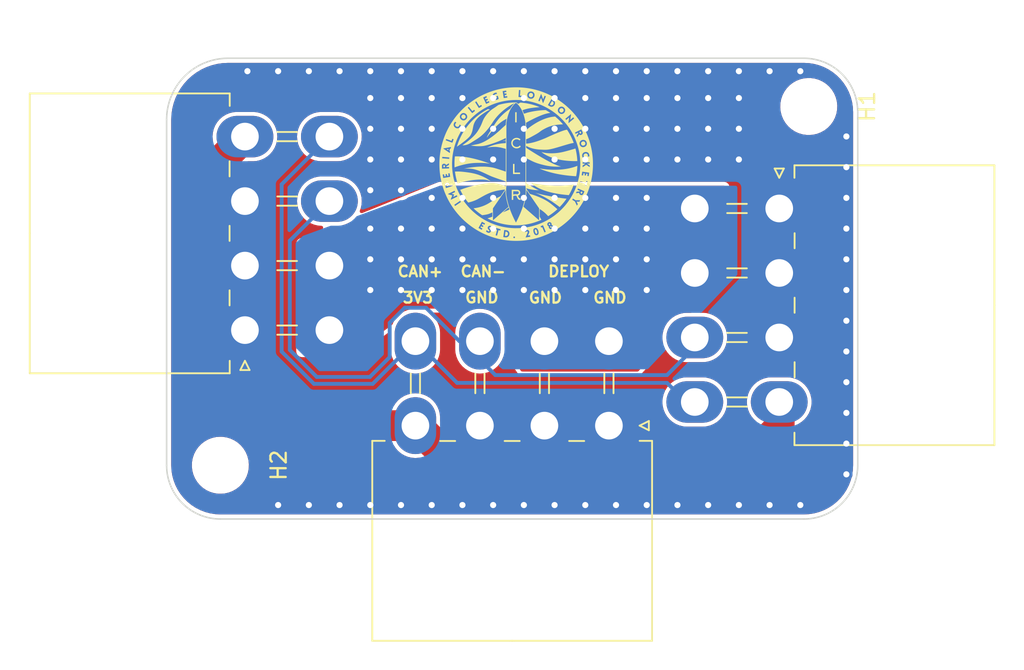
<source format=kicad_pcb>
(kicad_pcb (version 20221018) (generator pcbnew)
  (layers (0 "F.Cu" signal) (31 "B.Cu" signal) (34 "B.Paste" user) (35 "F.Paste" user) (36 "B.SilkS" user "B.Silkscreen") (37 "F.SilkS" user "F.Silkscreen") (38 "B.Mask" user) (39 "F.Mask" user) (44 "Edge.Cuts" user))
  (net 0 "")
  (net 1 "GND")
  (net 2 "/3.3V")
  (net 3 "/DEP+")
  (net 4 "/CAN-")
  (net 5 "/CAN+")
  (footprint "iclr:Molex_Mini-Fit_Jr_5569-08A2_2x04_P4.20mm_Horizontal" (layer "F.Cu") (at 143.538228 116.82965 180)
    (fp_text reference "J1")
    (fp_text value "Conn_01x08_Female")
    (pad "1" thru_hole roundrect (at 0 0 180) (size 2.7 3.7) (drill 1.8) (layers "*.Cu" "*.Mask") (roundrect_rratio 0.092593) (net 1 "GND"))
    (pad "2" thru_hole oval (at 4.2 0 180) (size 2.7 3.7) (drill 1.8) (layers "*.Cu" "*.Mask") (net 1 "GND"))
    (pad "3" thru_hole oval (at 8.4 0 180) (size 2.7 3.7) (drill 1.8) (layers "*.Cu" "*.Mask") (net 1 "GND"))
    (pad "4" thru_hole oval (at 12.6 0 180) (size 2.7 3.7) (drill 1.8) (layers "*.Cu" "*.Mask") (net 2 "/3.3V"))
    (pad "5" thru_hole oval (at 0 5.5 180) (size 2.7 3.7) (drill 1.8) (layers "*.Cu" "*.Mask") (net 3 "/DEP+"))
    (pad "6" thru_hole oval (at 4.2 5.5 180) (size 2.7 3.7) (drill 1.8) (layers "*.Cu" "*.Mask") (net 3 "/DEP+"))
    (pad "7" thru_hole oval (at 8.4 5.5 180) (size 2.7 3.7) (drill 1.8) (layers "*.Cu" "*.Mask") (net 4 "/CAN-"))
    (pad "8" thru_hole oval (at 12.6 5.5 180) (size 2.7 3.7) (drill 1.8) (layers "*.Cu" "*.Mask") (net 5 "/CAN+"))
  )
  (footprint "MountingHole:MountingHole_3.2mm_M3_DIN965" (layer "F.Cu") (at 118.238228 119.40965 -90)
    (fp_text reference "H2" (at 0 -3.8 -90) (layer "F.SilkS"))
    (fp_text value "MountingHole_Pad")
    (pad "" np_thru_hole circle (at 0 0 270) (size 3.2 3.2) (drill 3.2) (layers "*.Cu" "*.Mask"))
  )
  (footprint "iclr:Molex_Mini-Fit_Jr_5569-08A2_2x04_P4.20mm_Horizontal" (layer "F.Cu") (at 119.838229 110.609649 90)
    (fp_text reference "J3")
    (fp_text value "Conn_01x08_Female")
    (pad "1" thru_hole roundrect (at 0 0 90) (size 2.7 3.7) (drill 1.8) (layers "*.Cu" "*.Mask") (roundrect_rratio 0.092593) (net 1 "GND"))
    (pad "2" thru_hole oval (at 4.2 0 90) (size 2.7 3.7) (drill 1.8) (layers "*.Cu" "*.Mask") (net 1 "GND"))
    (pad "3" thru_hole oval (at 8.4 0 90) (size 2.7 3.7) (drill 1.8) (layers "*.Cu" "*.Mask") (net 1 "GND"))
    (pad "4" thru_hole oval (at 12.6 0 90) (size 2.7 3.7) (drill 1.8) (layers "*.Cu" "*.Mask") (net 2 "/3.3V"))
    (pad "5" thru_hole oval (at 0 5.5 90) (size 2.7 3.7) (drill 1.8) (layers "*.Cu" "*.Mask") (net 3 "/DEP+"))
    (pad "6" thru_hole oval (at 4.2 5.5 90) (size 2.7 3.7) (drill 1.8) (layers "*.Cu" "*.Mask") (net 3 "/DEP+"))
    (pad "7" thru_hole oval (at 8.4 5.5 90) (size 2.7 3.7) (drill 1.8) (layers "*.Cu" "*.Mask") (net 4 "/CAN-"))
    (pad "8" thru_hole oval (at 12.6 5.5 90) (size 2.7 3.7) (drill 1.8) (layers "*.Cu" "*.Mask") (net 5 "/CAN+"))
  )
  (footprint "MountingHole:MountingHole_3.2mm_M3_DIN965" (layer "F.Cu") (at 156.55 96.05 -90)
    (fp_text reference "H1" (at 0 -3.8 -90) (layer "F.SilkS"))
    (fp_text value "MountingHole_Pad")
    (pad "" np_thru_hole circle (at 0 0 270) (size 3.2 3.2) (drill 3.2) (layers "*.Cu" "*.Mask"))
  )
  (footprint "iclr:iclr_logo_estd2018_10mm" (layer "F.Cu") (at 137.5 99.8)
    (fp_text reference "G***")
    (fp_text value "LOGO" hide)
  )
  (footprint "iclr:Molex_Mini-Fit_Jr_5569-08A2_2x04_P4.20mm_Horizontal" (layer "F.Cu") (at 154.628229 102.689649 -90)
    (fp_text reference "J2")
    (fp_text value "Conn_01x08_Female")
    (pad "1" thru_hole roundrect (at 0 0 270) (size 2.7 3.7) (drill 1.8) (layers "*.Cu" "*.Mask") (roundrect_rratio 0.092593) (net 1 "GND"))
    (pad "2" thru_hole oval (at 4.2 0 270) (size 2.7 3.7) (drill 1.8) (layers "*.Cu" "*.Mask") (net 1 "GND"))
    (pad "3" thru_hole oval (at 8.4 0 270) (size 2.7 3.7) (drill 1.8) (layers "*.Cu" "*.Mask") (net 1 "GND"))
    (pad "4" thru_hole oval (at 12.6 0 270) (size 2.7 3.7) (drill 1.8) (layers "*.Cu" "*.Mask") (net 2 "/3.3V"))
    (pad "5" thru_hole oval (at 0 5.5 270) (size 2.7 3.7) (drill 1.8) (layers "*.Cu" "*.Mask") (net 3 "/DEP+"))
    (pad "6" thru_hole oval (at 4.2 5.5 270) (size 2.7 3.7) (drill 1.8) (layers "*.Cu" "*.Mask") (net 3 "/DEP+"))
    (pad "7" thru_hole oval (at 8.4 5.5 270) (size 2.7 3.7) (drill 1.8) (layers "*.Cu" "*.Mask") (net 4 "/CAN-"))
    (pad "8" thru_hole oval (at 12.6 5.5 270) (size 2.7 3.7) (drill 1.8) (layers "*.Cu" "*.Mask") (net 5 "/CAN+"))
  )
  (gr_line (start 114.738228 96.909649) (end 114.738229 119.409649) (stroke (width 0.1)) (layer "Edge.Cuts"))
  (gr_line (start 159.738229 119.409649) (end 159.738229 96.409649) (stroke (width 0.1)) (layer "Edge.Cuts"))
  (gr_arc (start 156.238229 92.909649) (mid 158.713102 93.934776) (end 159.738229 96.409649) (stroke (width 0.1)) (layer "Edge.Cuts"))
  (gr_arc (start 118.238228 122.909649) (mid 115.763355 121.884523) (end 114.738229 119.409649) (stroke (width 0.1)) (layer "Edge.Cuts"))
  (gr_arc (start 159.738229 119.409649) (mid 158.713102 121.884523) (end 156.238228 122.909649) (stroke (width 0.1)) (layer "Edge.Cuts"))
  (gr_arc (start 114.738228 96.909649) (mid 115.909801 94.081222) (end 118.738229 92.909649) (stroke (width 0.1)) (layer "Edge.Cuts"))
  (gr_line (start 156.238229 92.909649) (end 118.738229 92.909649) (stroke (width 0.1)) (layer "Edge.Cuts"))
  (gr_line (start 118.238228 122.909649) (end 156.238228 122.909649) (stroke (width 0.1)) (layer "Edge.Cuts"))
  (gr_text "CAN+" (at 129.7 107.2) (layer "F.SilkS") (effects (font (size 0.7 0.7) (thickness 0.15) bold) (justify left bottom)))
  (gr_text "GND" (at 138.238228 108.909649) (layer "F.SilkS") (effects (font (size 0.7 0.7) (thickness 0.15) bold) (justify left bottom)))
  (gr_text "GND" (at 142.438228 108.909649) (layer "F.SilkS") (effects (font (size 0.7 0.7) (thickness 0.15) bold) (justify left bottom)))
  (gr_text "3V3" (at 130.038228 108.909649) (layer "F.SilkS") (effects (font (size 0.7 0.7) (thickness 0.15) bold) (justify left bottom)))
  (gr_text "CAN-" (at 133.8 107.2) (layer "F.SilkS") (effects (font (size 0.7 0.7)) (justify left bottom)))
  (gr_text "GND" (at 134.1 108.9) (layer "F.SilkS") (effects (font (size 0.7 0.7) (thickness 0.15) bold) (justify left bottom)))
  (gr_text "DEPLOY" (at 139.5 107.2) (layer "F.SilkS") (effects (font (size 0.7 0.7)) (justify left bottom)))
  (via (at 128 101.5) (size 0.8) (drill 0.4) (layers "F.Cu" "B.Cu") (net 1))
  (via (at 152 122) (size 0.8) (drill 0.4) (layers "F.Cu" "B.Cu") (net 1))
  (via (at 146 122) (size 0.8) (drill 0.4) (layers "F.Cu" "B.Cu") (net 1))
  (via (at 156 122) (size 0.8) (drill 0.4) (layers "F.Cu" "B.Cu") (net 1))
  (via (at 120 93.75) (size 0.8) (drill 0.4) (layers "F.Cu" "B.Cu") (net 1))
  (via (at 140 93.75) (size 0.8) (drill 0.4) (layers "F.Cu" "B.Cu") (net 1))
  (via (at 134 95.5) (size 0.8) (drill 0.4) (layers "F.Cu" "B.Cu") (net 1))
  (via (at 138 93.75) (size 0.8) (drill 0.4) (layers "F.Cu" "B.Cu") (net 1))
  (via (at 122 122) (size 0.8) (drill 0.4) (layers "F.Cu" "B.Cu") (net 1))
  (via (at 124 122) (size 0.8) (drill 0.4) (layers "F.Cu" "B.Cu") (net 1))
  (via (at 132 93.75) (size 0.8) (drill 0.4) (layers "F.Cu" "B.Cu") (net 1))
  (via (at 130 101.5) (size 0.8) (drill 0.4) (layers "F.Cu" "B.Cu") (net 1))
  (via (at 130 95.5) (size 0.8) (drill 0.4) (layers "F.Cu" "B.Cu") (net 1))
  (via (at 130 99.5) (size 0.8) (drill 0.4) (layers "F.Cu" "B.Cu") (net 1))
  (via (at 126 122) (size 0.8) (drill 0.4) (layers "F.Cu" "B.Cu") (net 1))
  (via (at 152 93.75) (size 0.8) (drill 0.4) (layers "F.Cu" "B.Cu") (net 1))
  (via (at 159 110) (size 0.8) (drill 0.4) (layers "F.Cu" "B.Cu") (net 1))
  (via (at 130 97.5) (size 0.8) (drill 0.4) (layers "F.Cu" "B.Cu") (net 1))
  (via (at 134 99.5) (size 0.8) (drill 0.4) (layers "F.Cu" "B.Cu") (net 1))
  (via (at 154 122) (size 0.8) (drill 0.4) (layers "F.Cu" "B.Cu") (net 1))
  (via (at 159 100) (size 0.8) (drill 0.4) (layers "F.Cu" "B.Cu") (net 1))
  (via (at 144 122) (size 0.8) (drill 0.4) (layers "F.Cu" "B.Cu") (net 1))
  (via (at 134 97.5) (size 0.8) (drill 0.4) (layers "F.Cu" "B.Cu") (net 1))
  (via (at 159 98) (size 0.8) (drill 0.4) (layers "F.Cu" "B.Cu") (net 1))
  (via (at 130 93.75) (size 0.8) (drill 0.4) (layers "F.Cu" "B.Cu") (net 1))
  (via (at 152 99.5) (size 0.8) (drill 0.4) (layers "F.Cu" "B.Cu") (net 1))
  (via (at 122 93.75) (size 0.8) (drill 0.4) (layers "F.Cu" "B.Cu") (net 1))
  (via (at 128 95.5) (size 0.8) (drill 0.4) (layers "F.Cu" "B.Cu") (net 1))
  (via (at 142 122) (size 0.8) (drill 0.4) (layers "F.Cu" "B.Cu") (net 1))
  (via (at 128 97.5) (size 0.8) (drill 0.4) (layers "F.Cu" "B.Cu") (net 1))
  (via (at 138 97.5) (size 0.8) (drill 0.4) (layers "F.Cu" "B.Cu") (net 1))
  (via (at 152 97.5) (size 0.8) (drill 0.4) (layers "F.Cu" "B.Cu") (net 1))
  (via (at 159 102) (size 0.8) (drill 0.4) (layers "F.Cu" "B.Cu") (net 1))
  (via (at 159 106) (size 0.8) (drill 0.4) (layers "F.Cu" "B.Cu") (net 1))
  (via (at 140 99.5) (size 0.8) (drill 0.4) (layers "F.Cu" "B.Cu") (net 1))
  (via (at 140 122) (size 0.8) (drill 0.4) (layers "F.Cu" "B.Cu") (net 1))
  (via (at 136 95.5) (size 0.8) (drill 0.4) (layers "F.Cu" "B.Cu") (net 1))
  (via (at 142 97.5) (size 0.8) (drill 0.4) (layers "F.Cu" "B.Cu") (net 1))
  (via (at 142 99.5) (size 0.8) (drill 0.4) (layers "F.Cu" "B.Cu") (net 1))
  (via (at 136 99.5) (size 0.8) (drill 0.4) (layers "F.Cu" "B.Cu") (net 1))
  (via (at 154 93.75) (size 0.8) (drill 0.4) (layers "F.Cu" "B.Cu") (net 1))
  (via (at 128 93.75) (size 0.8) (drill 0.4) (layers "F.Cu" "B.Cu") (net 1))
  (via (at 146 99.5) (size 0.8) (drill 0.4) (layers "F.Cu" "B.Cu") (net 1))
  (via (at 128 99.5) (size 0.8) (drill 0.4) (layers "F.Cu" "B.Cu") (net 1))
  (via (at 148 122) (size 0.8) (drill 0.4) (layers "F.Cu" "B.Cu") (net 1))
  (via (at 138 99.5) (size 0.8) (drill 0.4) (layers "F.Cu" "B.Cu") (net 1))
  (via (at 128 122) (size 0.8) (drill 0.4) (layers "F.Cu" "B.Cu") (net 1))
  (via (at 132 99.5) (size 0.8) (drill 0.4) (layers "F.Cu" "B.Cu") (net 1))
  (via (at 150 95.5) (size 0.8) (drill 0.4) (layers "F.Cu" "B.Cu") (net 1))
  (via (at 132 122) (size 0.8) (drill 0.4) (layers "F.Cu" "B.Cu") (net 1))
  (via (at 138 95.5) (size 0.8) (drill 0.4) (layers "F.Cu" "B.Cu") (net 1))
  (via (at 150 99.5) (size 0.8) (drill 0.4) (layers "F.Cu" "B.Cu") (net 1))
  (via (at 126 93.75) (size 0.8) (drill 0.4) (layers "F.Cu" "B.Cu") (net 1))
  (via (at 159 114) (size 0.8) (drill 0.4) (layers "F.Cu" "B.Cu") (net 1))
  (via (at 146 95.5) (size 0.8) (drill 0.4) (layers "F.Cu" "B.Cu") (net 1))
  (via (at 134 122) (size 0.8) (drill 0.4) (layers "F.Cu" "B.Cu") (net 1))
  (via (at 150 97.5) (size 0.8) (drill 0.4) (layers "F.Cu" "B.Cu") (net 1))
  (via (at 140 97.5) (size 0.8) (drill 0.4) (layers "F.Cu" "B.Cu") (net 1))
  (via (at 159 118) (size 0.8) (drill 0.4) (layers "F.Cu" "B.Cu") (net 1))
  (via (at 136 122) (size 0.8) (drill 0.4) (layers "F.Cu" "B.Cu") (net 1))
  (via (at 159 108) (size 0.8) (drill 0.4) (layers "F.Cu" "B.Cu") (net 1))
  (via (at 148 97.5) (size 0.8) (drill 0.4) (layers "F.Cu" "B.Cu") (net 1))
  (via (at 156 93.75) (size 0.8) (drill 0.4) (layers "F.Cu" "B.Cu") (net 1))
  (via (at 140 95.5) (size 0.8) (drill 0.4) (layers "F.Cu" "B.Cu") (net 1))
  (via (at 150 122) (size 0.8) (drill 0.4) (layers "F.Cu" "B.Cu") (net 1))
  (via (at 144 99.5) (size 0.8) (drill 0.4) (layers "F.Cu" "B.Cu") (net 1))
  (via (at 146 93.75) (size 0.8) (drill 0.4) (layers "F.Cu" "B.Cu") (net 1))
  (via (at 142 93.75) (size 0.8) (drill 0.4) (layers "F.Cu" "B.Cu") (net 1))
  (via (at 159 112) (size 0.8) (drill 0.4) (layers "F.Cu" "B.Cu") (net 1))
  (via (at 124 93.75) (size 0.8) (drill 0.4) (layers "F.Cu" "B.Cu") (net 1))
  (via (at 144 97.5) (size 0.8) (drill 0.4) (layers "F.Cu" "B.Cu") (net 1))
  (via (at 132 95.5) (size 0.8) (drill 0.4) (layers "F.Cu" "B.Cu") (net 1))
  (via (at 146 97.5) (size 0.8) (drill 0.4) (layers "F.Cu" "B.Cu") (net 1))
  (via (at 136 93.75) (size 0.8) (drill 0.4) (layers "F.Cu" "B.Cu") (net 1))
  (via (at 148 93.75) (size 0.8) (drill 0.4) (layers "F.Cu" "B.Cu") (net 1))
  (via (at 148 95.5) (size 0.8) (drill 0.4) (layers "F.Cu" "B.Cu") (net 1))
  (via (at 138 122) (size 0.8) (drill 0.4) (layers "F.Cu" "B.Cu") (net 1))
  (via (at 142 95.5) (size 0.8) (drill 0.4) (layers "F.Cu" "B.Cu") (net 1))
  (via (at 136 97.5) (size 0.8) (drill 0.4) (layers "F.Cu" "B.Cu") (net 1))
  (via (at 134 93.75) (size 0.8) (drill 0.4) (layers "F.Cu" "B.Cu") (net 1))
  (via (at 159 120) (size 0.8) (drill 0.4) (layers "F.Cu" "B.Cu") (net 1))
  (via (at 148 99.5) (size 0.8) (drill 0.4) (layers "F.Cu" "B.Cu") (net 1))
  (via (at 150 93.75) (size 0.8) (drill 0.4) (layers "F.Cu" "B.Cu") (net 1))
  (via (at 130 122) (size 0.8) (drill 0.4) (layers "F.Cu" "B.Cu") (net 1))
  (via (at 152 95.5) (size 0.8) (drill 0.4) (layers "F.Cu" "B.Cu") (net 1))
  (via (at 159 104) (size 0.8) (drill 0.4) (layers "F.Cu" "B.Cu") (net 1))
  (via (at 159 116) (size 0.8) (drill 0.4) (layers "F.Cu" "B.Cu") (net 1))
  (via (at 132 97.5) (size 0.8) (drill 0.4) (layers "F.Cu" "B.Cu") (net 1))
  (via (at 144 93.75) (size 0.8) (drill 0.4) (layers "F.Cu" "B.Cu") (net 1))
  (via (at 144 95.5) (size 0.8) (drill 0.4) (layers "F.Cu" "B.Cu") (net 1))
  (segment (start 136.286 120) (end 134.202333 120) (width 2) (layer "F.Cu") (net 2))
  (segment (start 121.307621 116.82965) (end 116.55 112.072029) (width 2) (layer "F.Cu") (net 2))
  (segment (start 136.286 120) (end 134.108578 120) (width 2) (layer "F.Cu") (net 2))
  (segment (start 134.202333 120) (end 131.031983 116.82965) (width 2) (layer "F.Cu") (net 2))
  (segment (start 116.55 112.072029) (end 116.55 101.297878) (width 2) (layer "F.Cu") (net 2))
  (segment (start 134.108578 120) (end 130.938228 116.82965) (width 2) (layer "F.Cu") (net 2))
  (segment (start 116.55 101.297878) (end 119.838228 98.009649) (width 2) (layer "F.Cu") (net 2))
  (segment (start 151.610938 120) (end 136.286 120) (width 2) (layer "F.Cu") (net 2))
  (segment (start 131.031983 116.82965) (end 121.307621 116.82965) (width 2) (layer "F.Cu") (net 2))
  (segment (start 154.628228 116.98271) (end 151.610938 120) (width 2) (layer "F.Cu") (net 2))
  (segment (start 154.628228 115.289649) (end 154.628228 116.98271) (width 2) (layer "F.Cu") (net 2))
  (via (at 136 108) (size 0.8) (drill 0.4) (layers "F.Cu" "B.Cu") (net 3))
  (via (at 134 104) (size 0.8) (drill 0.4) (layers "F.Cu" "B.Cu") (net 3))
  (via (at 132 106) (size 0.8) (drill 0.4) (layers "F.Cu" "B.Cu") (net 3))
  (via (at 140 106) (size 0.8) (drill 0.4) (layers "F.Cu" "B.Cu") (net 3))
  (via (at 142 102) (size 0.8) (drill 0.4) (layers "F.Cu" "B.Cu") (net 3))
  (via (at 146 108) (size 0.8) (drill 0.4) (layers "F.Cu" "B.Cu") (net 3))
  (via (at 144 102) (size 0.8) (drill 0.4) (layers "F.Cu" "B.Cu") (net 3))
  (via (at 134 108) (size 0.8) (drill 0.4) (layers "F.Cu" "B.Cu") (net 3))
  (via (at 136 104) (size 0.8) (drill 0.4) (layers "F.Cu" "B.Cu") (net 3))
  (via (at 140 108) (size 0.8) (drill 0.4) (layers "F.Cu" "B.Cu") (net 3))
  (via (at 138 106) (size 0.8) (drill 0.4) (layers "F.Cu" "B.Cu") (net 3))
  (via (at 130 104) (size 0.8) (drill 0.4) (layers "F.Cu" "B.Cu") (net 3))
  (via (at 142 106) (size 0.8) (drill 0.4) (layers "F.Cu" "B.Cu") (net 3))
  (via (at 128 104) (size 0.8) (drill 0.4) (layers "F.Cu" "B.Cu") (net 3))
  (via (at 136 102) (size 0.8) (drill 0.4) (layers "F.Cu" "B.Cu") (net 3))
  (via (at 146 104) (size 0.8) (drill 0.4) (layers "F.Cu" "B.Cu") (net 3))
  (via (at 130 108) (size 0.8) (drill 0.4) (layers "F.Cu" "B.Cu") (net 3))
  (via (at 128 106) (size 0.8) (drill 0.4) (layers "F.Cu" "B.Cu") (net 3))
  (via (at 144 104) (size 0.8) (drill 0.4) (layers "F.Cu" "B.Cu") (net 3))
  (via (at 146 102) (size 0.8) (drill 0.4) (layers "F.Cu" "B.Cu") (net 3))
  (via (at 140 102) (size 0.8) (drill 0.4) (layers "F.Cu" "B.Cu") (net 3))
  (via (at 132 108) (size 0.8) (drill 0.4) (layers "F.Cu" "B.Cu") (net 3))
  (via (at 138 102) (size 0.8) (drill 0.4) (layers "F.Cu" "B.Cu") (net 3))
  (via (at 132 104) (size 0.8) (drill 0.4) (layers "F.Cu" "B.Cu") (net 3))
  (via (at 138 108) (size 0.8) (drill 0.4) (layers "F.Cu" "B.Cu") (net 3))
  (via (at 144 106) (size 0.8) (drill 0.4) (layers "F.Cu" "B.Cu") (net 3))
  (via (at 140 104) (size 0.8) (drill 0.4) (layers "F.Cu" "B.Cu") (net 3))
  (via (at 130 106) (size 0.8) (drill 0.4) (layers "F.Cu" "B.Cu") (net 3))
  (via (at 144 108) (size 0.8) (drill 0.4) (layers "F.Cu" "B.Cu") (net 3))
  (via (at 136 106) (size 0.8) (drill 0.4) (layers "F.Cu" "B.Cu") (net 3))
  (via (at 142 104) (size 0.8) (drill 0.4) (layers "F.Cu" "B.Cu") (net 3))
  (via (at 146 106) (size 0.8) (drill 0.4) (layers "F.Cu" "B.Cu") (net 3))
  (via (at 134 102) (size 0.8) (drill 0.4) (layers "F.Cu" "B.Cu") (net 3))
  (via (at 128 108) (size 0.8) (drill 0.4) (layers "F.Cu" "B.Cu") (net 3))
  (via (at 132 102) (size 0.8) (drill 0.4) (layers "F.Cu" "B.Cu") (net 3))
  (via (at 138 104) (size 0.8) (drill 0.4) (layers "F.Cu" "B.Cu") (net 3))
  (via (at 134 106) (size 0.8) (drill 0.4) (layers "F.Cu" "B.Cu") (net 3))
  (via (at 142 108) (size 0.8) (drill 0.4) (layers "F.Cu" "B.Cu") (net 3))
  (segment (start 129.263228 112.368254) (end 127.971482 113.66) (width 0.25) (layer "B.Cu") (net 4))
  (segment (start 149.128229 111.08965) (end 149.128229 111.729771) (width 0.25) (layer "B.Cu") (net 4))
  (segment (start 135.138228 112.532228) (end 135.138228 111.32965) (width 0.25) (layer "B.Cu") (net 4))
  (segment (start 127.971482 113.66) (end 124.516396 113.66) (width 0.25) (layer "B.Cu") (net 4))
  (segment (start 122.76 104.787877) (end 125.338228 102.209649) (width 0.25) (layer "B.Cu") (net 4))
  (segment (start 131.632036 109.15465) (end 130.244421 109.154649) (width 0.25) (layer "B.Cu") (net 4))
  (segment (start 124.516396 113.66) (end 122.76 111.903604) (width 0.25) (layer "B.Cu") (net 4))
  (segment (start 149.128229 111.729771) (end 147.32 113.538) (width 0.25) (layer "B.Cu") (net 4))
  (segment (start 135.138228 111.32965) (end 133.807036 111.32965) (width 0.25) (layer "B.Cu") (net 4))
  (segment (start 130.244421 109.154649) (end 129.263228 110.135842) (width 0.25) (layer "B.Cu") (net 4))
  (segment (start 136.144 113.538) (end 135.138228 112.532228) (width 0.25) (layer "B.Cu") (net 4))
  (segment (start 129.263228 110.135842) (end 129.263228 112.368254) (width 0.25) (layer "B.Cu") (net 4))
  (segment (start 147.32 113.538) (end 136.144 113.538) (width 0.25) (layer "B.Cu") (net 4))
  (segment (start 122.76 111.903604) (end 122.76 104.787877) (width 0.25) (layer "B.Cu") (net 4))
  (segment (start 133.807036 111.32965) (end 131.632036 109.15465) (width 0.25) (layer "B.Cu") (net 4))
  (segment (start 130.938229 111.329649) (end 128.157878 114.11) (width 0.25) (layer "B.Cu") (net 5))
  (segment (start 149.128229 115.289649) (end 148.563649 115.289649) (width 0.25) (layer "B.Cu") (net 5))
  (segment (start 124.33 114.11) (end 122.23 112.01) (width 0.25) (layer "B.Cu") (net 5))
  (segment (start 122.23 112.01) (end 122.23 101.117878) (width 0.25) (layer "B.Cu") (net 5))
  (segment (start 128.157878 114.11) (end 124.33 114.11) (width 0.25) (layer "B.Cu") (net 5))
  (segment (start 147.32 114.046) (end 133.65458 114.046) (width 0.25) (layer "B.Cu") (net 5))
  (segment (start 148.563649 115.289649) (end 147.32 114.046) (width 0.25) (layer "B.Cu") (net 5))
  (segment (start 133.65458 114.046) (end 130.938229 111.329649) (width 0.25) (layer "B.Cu") (net 5))
  (segment (start 122.23 101.117878) (end 125.338229 98.009649) (width 0.25) (layer "B.Cu") (net 5))
  (zone (net 3) (net_name "/DEP+") (layer "F.Cu") (priority 2) (connect_pads yes (clearance 0.254)) (min_thickness 0.25) (fill yes (thermal_gap 0.5) (thermal_bridge_width 0.5))
    (polygon (pts (xy 123.438228 112.109649) (xy 126.938228 112.109649) (xy 130.838229 109.209649) (xy 135.038229 109.209649) (xy 137.838229 113.309649) (xy 145.438229 113.309649) (xy 151.138229 107.009649) (xy 151.138228 101.209649) (xy 132.538229 101.209649) (xy 123.438228 104.909649)))
  )
  (zone (net 1) (net_name "GND") (layer "F.Cu") (connect_pads yes (clearance 0.254)) (min_thickness 0.25) (fill yes (thermal_gap 0.5) (thermal_bridge_width 0.5))
    (polygon (pts (xy 159.738229 92.909649) (xy 159.738229 122.909649) (xy 114.738229 122.909649) (xy 114.738228 92.909649)))
  )
  (zone (net 1) (net_name "GND") (layer "B.Cu") (connect_pads yes (clearance 0.254)) (min_thickness 0.25) (fill yes (thermal_gap 0.5) (thermal_bridge_width 0.5))
    (polygon (pts (xy 159.738229 92.909649) (xy 114.738228 92.909649) (xy 114.738229 122.909649) (xy 159.738229 122.909649)))
  )
  (zone (net 3) (net_name "/DEP+") (layer "B.Cu") (priority 1) (connect_pads yes (clearance 0.254)) (min_thickness 0.25) (fill yes (thermal_gap 0.5) (thermal_bridge_width 0.5))
    (polygon (pts (xy 122.422228 104.909649) (xy 122.422228 112.1) (xy 123.9 113.65) (xy 126.938228 113.633649) (xy 129.286 113.538) (xy 129.286 110.236) (xy 130.302 109.22) (xy 132.138229 109.209649) (xy 134.738229 111.709649) (xy 137.338228 113.717649) (xy 145.438229 113.817649) (xy 151.900229 107.009649) (xy 151.900228 101.209649) (xy 132.538229 101.209649)))
  )
)
</source>
